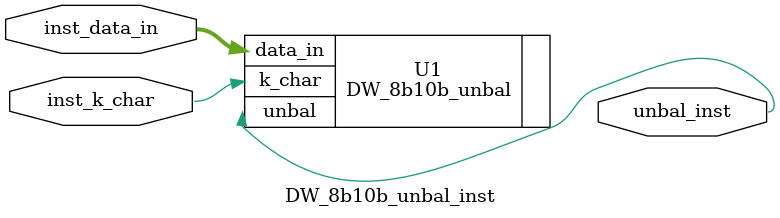
<source format=v>
module DW_8b10b_unbal_inst( inst_k_char, inst_data_in, unbal_inst );

  parameter k28_5_only = 0;

  input inst_k_char;
  input [7 : 0] inst_data_in;
  output unbal_inst;

  // Instance of DW_8b10b_unbal
  DW_8b10b_unbal #(k28_5_only)
    U1 (.k_char(inst_k_char),  .data_in(inst_data_in),  .unbal(unbal_inst) );
endmodule


</source>
